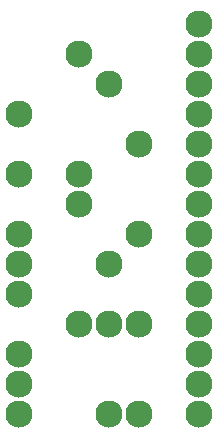
<source format=gbr>
%TF.GenerationSoftware,KiCad,Pcbnew,(5.1.6)-1*%
%TF.CreationDate,2021-09-19T15:07:36-05:00*%
%TF.ProjectId,lcd_connector,6c63645f-636f-46e6-9e65-63746f722e6b,rev?*%
%TF.SameCoordinates,Original*%
%TF.FileFunction,Soldermask,Bot*%
%TF.FilePolarity,Negative*%
%FSLAX46Y46*%
G04 Gerber Fmt 4.6, Leading zero omitted, Abs format (unit mm)*
G04 Created by KiCad (PCBNEW (5.1.6)-1) date 2021-09-19 15:07:36*
%MOMM*%
%LPD*%
G01*
G04 APERTURE LIST*
%ADD10C,2.300000*%
G04 APERTURE END LIST*
D10*
%TO.C,R1*%
X11430000Y17780000D03*
X11430000Y10160000D03*
%TD*%
%TO.C,R2*%
X13970000Y10160000D03*
X13970000Y17780000D03*
%TD*%
%TO.C,M1*%
X19050000Y10160000D03*
X19050000Y12700000D03*
X19050000Y15240000D03*
X19050000Y17780000D03*
X19050000Y20320000D03*
X19050000Y22860000D03*
X19050000Y25400000D03*
X19050000Y27940000D03*
X19050000Y30480000D03*
X19050000Y33020000D03*
X19050000Y35560000D03*
X19050000Y38100000D03*
X19050000Y40640000D03*
X19050000Y43180000D03*
%TD*%
%TO.C,J1*%
X3810000Y10160000D03*
%TD*%
%TO.C,J2*%
X3810000Y35560000D03*
%TD*%
%TO.C,J3*%
X3810000Y25400000D03*
%TD*%
%TO.C,J4*%
X3810000Y30480000D03*
%TD*%
%TO.C,J5*%
X3810000Y20320000D03*
%TD*%
%TO.C,J6*%
X3810000Y15240000D03*
%TD*%
%TO.C,J7*%
X3810000Y22860000D03*
%TD*%
%TO.C,J8*%
X3810000Y12700000D03*
%TD*%
%TO.C,V1*%
X8890000Y27940000D03*
%TD*%
%TO.C,V2*%
X8890000Y17780000D03*
%TD*%
%TO.C,V3*%
X13970000Y33020000D03*
%TD*%
%TO.C,V5*%
X13970000Y25400000D03*
%TD*%
%TO.C,V6*%
X8890000Y30480000D03*
%TD*%
%TO.C,V7*%
X11430000Y22860000D03*
%TD*%
%TO.C,V8*%
X8890000Y40640000D03*
%TD*%
%TO.C,V9*%
X11430000Y38100000D03*
%TD*%
M02*

</source>
